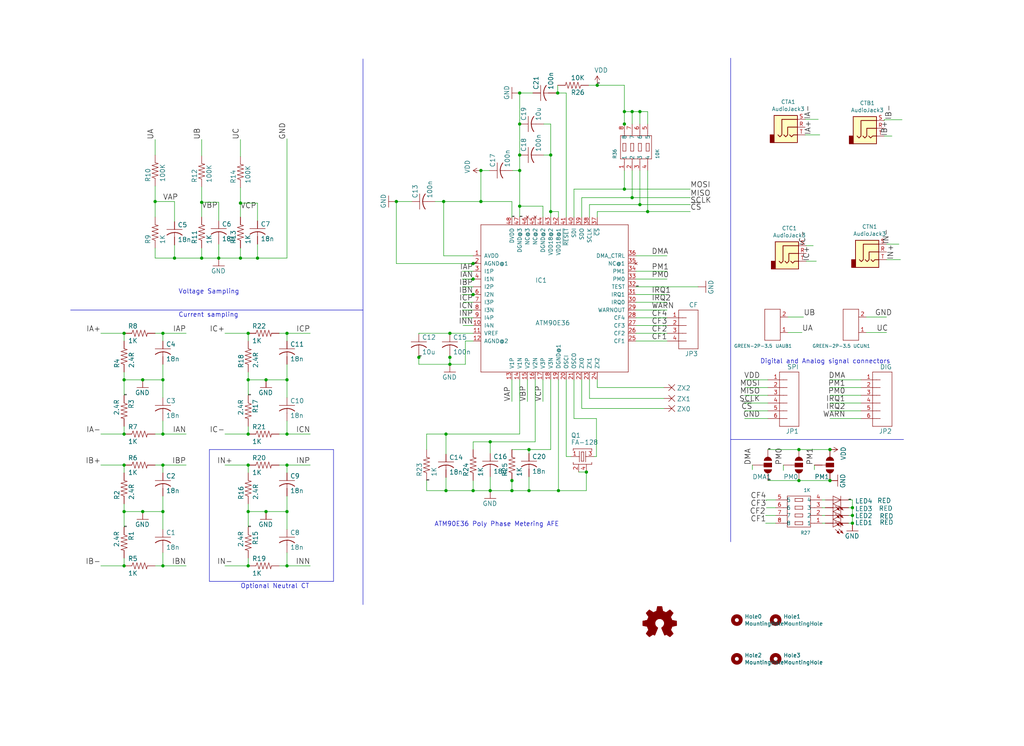
<source format=kicad_sch>
(kicad_sch (version 20230121) (generator eeschema)
  (paper "User" 335.356 244.551)
  (junction (at 84.328 84.582))
  (junction (at 66.04 84.582))
  (junction (at 261.62 157.48))
  (junction (at 81.28 109.22))
  (junction (at 147.32 117.094))
  (junction (at 182.626 30.48))
  (junction (at 207.01 36.576))
  (junction (at 78.74 84.582))
  (junction (at 160.528 144.78))
  (junction (at 81.28 124.46))
  (junction (at 167.64 160.782))
  (junction (at 129.794 66.04))
  (junction (at 93.98 185.42))
  (junction (at 279.146 166.37))
  (junction (at 81.28 185.42))
  (junction (at 53.34 142.24))
  (junction (at 57.15 84.582))
  (junction (at 93.98 124.46))
  (junction (at 53.34 109.22))
  (junction (at 154.94 96.52))
  (junction (at 40.64 142.24))
  (junction (at 170.18 50.8))
  (junction (at 157.48 66.04))
  (junction (at 180.34 50.8))
  (junction (at 204.47 36.576))
  (junction (at 170.18 67.564))
  (junction (at 207.01 64.77))
  (junction (at 170.18 30.48))
  (junction (at 173.228 160.782))
  (junction (at 46.736 124.46))
  (junction (at 53.34 152.4))
  (junction (at 93.98 109.22))
  (junction (at 81.28 152.4))
  (junction (at 40.64 109.22))
  (junction (at 160.528 160.782))
  (junction (at 279.146 171.45))
  (junction (at 145.288 66.04))
  (junction (at 53.34 185.42))
  (junction (at 87.122 124.46))
  (junction (at 182.88 160.782))
  (junction (at 192.024 154.686))
  (junction (at 173.228 147.32))
  (junction (at 279.146 168.91))
  (junction (at 40.64 185.42))
  (junction (at 66.04 66.294))
  (junction (at 195.58 27.94))
  (junction (at 154.94 160.782))
  (junction (at 93.98 152.4))
  (junction (at 180.34 69.342))
  (junction (at 50.8 66.04))
  (junction (at 271.78 157.48))
  (junction (at 170.18 55.88))
  (junction (at 147.32 109.22))
  (junction (at 40.64 124.46))
  (junction (at 81.28 142.24))
  (junction (at 81.28 167.64))
  (junction (at 93.98 167.64))
  (junction (at 93.98 142.24))
  (junction (at 87.122 167.64))
  (junction (at 204.47 40.64))
  (junction (at 71.628 84.582))
  (junction (at 157.48 55.88))
  (junction (at 137.16 117.094))
  (junction (at 146.05 160.782))
  (junction (at 40.64 152.4))
  (junction (at 167.64 157.48))
  (junction (at 78.74 66.548))
  (junction (at 154.94 91.44))
  (junction (at 261.62 147.32))
  (junction (at 209.55 36.576))
  (junction (at 53.34 167.64))
  (junction (at 46.736 167.64))
  (junction (at 40.64 167.64))
  (junction (at 146.05 142.24))
  (junction (at 170.18 40.64))
  (junction (at 209.55 67.056))
  (junction (at 53.34 124.46))
  (junction (at 212.09 69.342))
  (junction (at 154.94 86.36))
  (junction (at 204.47 61.976))
  (junction (at 271.78 147.32))
  (junction (at 147.32 119.38))
  (wire (pts (xy 40.64 185.42) (xy 33.02 185.42)))
  (polyline (pts (xy 118.872 19.304) (xy 118.872 198.12)))
  (wire (pts (xy 154.94 104.14) (xy 151.384 104.14)))
  (wire (pts (xy 193.04 130.556) (xy 217.424 130.556)))
  (wire (pts (xy 78.74 84.582) (xy 84.328 84.582)))
  (wire (pts (xy 81.28 142.24) (xy 73.66 142.24)))
  (wire (pts (xy 157.48 55.88) (xy 160.274 55.88)))
  (wire (pts (xy 154.94 99.06) (xy 151.638 99.06)))
  (wire (pts (xy 66.04 84.582) (xy 66.04 81.28)))
  (wire (pts (xy 251.46 124.46) (xy 244.094 124.46)))
  (wire (pts (xy 195.58 124.46) (xy 195.58 127)))
  (wire (pts (xy 147.32 116.84) (xy 147.32 117.094)))
  (wire (pts (xy 180.34 69.342) (xy 182.88 69.342)))
  (wire (pts (xy 251.46 157.48) (xy 261.62 157.48)))
  (wire (pts (xy 154.94 86.36) (xy 129.794 86.36)))
  (wire (pts (xy 91.44 142.24) (xy 93.98 142.24)))
  (wire (pts (xy 78.74 51.308) (xy 78.74 45.72)))
  (wire (pts (xy 212.09 69.342) (xy 226.06 69.342)))
  (wire (pts (xy 78.74 71.12) (xy 78.74 66.548)))
  (wire (pts (xy 254 168.91) (xy 250.698 168.91)))
  (wire (pts (xy 84.328 84.582) (xy 93.98 84.582)))
  (wire (pts (xy 279.146 163.83) (xy 279.146 166.37)))
  (wire (pts (xy 53.34 152.4) (xy 53.34 154.94)))
  (wire (pts (xy 154.94 88.9) (xy 151.384 88.9)))
  (wire (pts (xy 50.8 142.24) (xy 53.34 142.24)))
  (wire (pts (xy 71.628 84.582) (xy 78.74 84.582)))
  (wire (pts (xy 137.16 116.84) (xy 137.16 117.094)))
  (polyline (pts (xy 239.268 144.018) (xy 295.91 144.018)))
  (wire (pts (xy 46.736 124.46) (xy 53.34 124.46)))
  (wire (pts (xy 93.98 124.46) (xy 93.98 130.302)))
  (wire (pts (xy 261.62 157.48) (xy 271.78 157.48)))
  (wire (pts (xy 93.98 142.24) (xy 93.98 137.922)))
  (wire (pts (xy 40.64 167.64) (xy 40.64 165.1)))
  (wire (pts (xy 53.34 167.64) (xy 53.34 162.56)))
  (wire (pts (xy 40.64 129.54) (xy 40.64 124.46)))
  (wire (pts (xy 195.58 127) (xy 217.424 127)))
  (wire (pts (xy 81.28 111.76) (xy 81.28 109.22)))
  (wire (pts (xy 50.8 84.582) (xy 57.15 84.582)))
  (wire (pts (xy 251.46 137.16) (xy 243.84 137.16)))
  (wire (pts (xy 279.146 171.45) (xy 277.876 171.45)))
  (wire (pts (xy 185.42 30.48) (xy 185.42 71.12)))
  (wire (pts (xy 40.64 167.64) (xy 46.736 167.64)))
  (wire (pts (xy 281.94 127) (xy 271.78 127)))
  (wire (pts (xy 204.47 36.576) (xy 204.47 40.64)))
  (wire (pts (xy 50.8 152.4) (xy 53.34 152.4)))
  (wire (pts (xy 147.32 109.22) (xy 137.16 109.22)))
  (wire (pts (xy 187.96 61.976) (xy 204.47 61.976)))
  (wire (pts (xy 40.64 154.94) (xy 40.64 152.4)))
  (wire (pts (xy 192.786 27.94) (xy 195.58 27.94)))
  (wire (pts (xy 208.28 96.52) (xy 218.44 96.52)))
  (wire (pts (xy 154.94 109.22) (xy 147.32 109.22)))
  (wire (pts (xy 208.28 104.14) (xy 218.44 104.14)))
  (wire (pts (xy 187.96 71.12) (xy 187.96 61.976)))
  (wire (pts (xy 154.94 144.78) (xy 160.528 144.78)))
  (wire (pts (xy 91.44 109.22) (xy 93.98 109.22)))
  (wire (pts (xy 256.54 152.4) (xy 256.54 154.178)))
  (wire (pts (xy 208.28 99.06) (xy 218.44 99.06)))
  (wire (pts (xy 40.64 124.46) (xy 46.736 124.46)))
  (wire (pts (xy 53.34 185.42) (xy 53.34 181.102)))
  (wire (pts (xy 154.94 101.6) (xy 151.384 101.6)))
  (wire (pts (xy 57.15 84.582) (xy 66.04 84.582)))
  (wire (pts (xy 182.88 160.782) (xy 182.88 124.46)))
  (wire (pts (xy 195.326 149.606) (xy 195.326 137.16)))
  (wire (pts (xy 190.5 124.46) (xy 190.5 133.858)))
  (wire (pts (xy 294.386 80.01) (xy 290.322 80.01)))
  (wire (pts (xy 137.16 117.094) (xy 137.16 119.38)))
  (wire (pts (xy 93.98 142.24) (xy 101.6 142.24)))
  (wire (pts (xy 155.194 86.36) (xy 154.94 86.36)))
  (wire (pts (xy 173.228 147.32) (xy 173.228 148.59)))
  (wire (pts (xy 170.18 55.88) (xy 167.894 55.88)))
  (wire (pts (xy 93.98 167.64) (xy 93.98 162.56)))
  (wire (pts (xy 193.04 67.056) (xy 209.55 67.056)))
  (wire (pts (xy 207.01 36.576) (xy 204.47 36.576)))
  (wire (pts (xy 91.44 185.42) (xy 93.98 185.42)))
  (wire (pts (xy 204.47 40.64) (xy 204.47 40.894)))
  (wire (pts (xy 50.8 50.8) (xy 50.8 45.72)))
  (wire (pts (xy 204.47 36.576) (xy 204.47 27.94)))
  (wire (pts (xy 277.876 166.37) (xy 279.146 166.37)))
  (wire (pts (xy 78.74 84.582) (xy 78.74 81.28)))
  (wire (pts (xy 194.564 149.606) (xy 195.326 149.606)))
  (wire (pts (xy 212.09 36.576) (xy 209.55 36.576)))
  (wire (pts (xy 66.04 84.582) (xy 71.628 84.582)))
  (wire (pts (xy 93.98 124.46) (xy 93.98 119.38)))
  (wire (pts (xy 180.34 147.32) (xy 180.34 124.46)))
  (wire (pts (xy 277.876 168.91) (xy 279.146 168.91)))
  (polyline (pts (xy 68.58 190.5) (xy 68.58 147.32)))
  (wire (pts (xy 50.8 81.28) (xy 50.8 84.582)))
  (wire (pts (xy 185.42 149.606) (xy 185.42 124.46)))
  (wire (pts (xy 81.28 172.72) (xy 81.28 167.64)))
  (wire (pts (xy 281.94 134.62) (xy 271.78 134.62)))
  (wire (pts (xy 81.28 185.42) (xy 73.66 185.42)))
  (wire (pts (xy 208.28 91.44) (xy 218.44 91.44)))
  (wire (pts (xy 160.528 144.78) (xy 160.528 148.59)))
  (wire (pts (xy 167.64 147.32) (xy 173.228 147.32)))
  (wire (pts (xy 185.42 30.48) (xy 182.626 30.48)))
  (wire (pts (xy 66.04 71.12) (xy 66.04 66.294)))
  (wire (pts (xy 170.18 30.48) (xy 170.18 40.64)))
  (wire (pts (xy 173.228 160.782) (xy 182.88 160.782)))
  (wire (pts (xy 170.18 124.46) (xy 170.18 142.24)))
  (wire (pts (xy 170.18 67.564) (xy 177.8 67.564)))
  (wire (pts (xy 266.7 152.4) (xy 266.7 153.924)))
  (wire (pts (xy 290.322 85.09) (xy 294.894 85.09)))
  (wire (pts (xy 187.96 124.46) (xy 187.96 137.16)))
  (wire (pts (xy 186.944 149.606) (xy 185.42 149.606)))
  (wire (pts (xy 173.228 160.782) (xy 173.228 156.21)))
  (wire (pts (xy 209.55 36.576) (xy 207.01 36.576)))
  (wire (pts (xy 147.32 109.474) (xy 147.32 109.22)))
  (wire (pts (xy 40.64 124.46) (xy 40.64 121.92)))
  (wire (pts (xy 93.98 109.22) (xy 101.6 109.22)))
  (wire (pts (xy 154.94 93.98) (xy 151.384 93.98)))
  (wire (pts (xy 270.256 171.45) (xy 269.24 171.45)))
  (wire (pts (xy 270.256 163.83) (xy 269.24 163.83)))
  (wire (pts (xy 264.033 85.598) (xy 267.335 85.598)))
  (wire (pts (xy 84.328 84.582) (xy 84.328 80.01)))
  (wire (pts (xy 283.718 108.966) (xy 290.322 108.966)))
  (wire (pts (xy 177.8 67.564) (xy 177.8 71.12)))
  (wire (pts (xy 53.34 109.22) (xy 53.34 111.76)))
  (wire (pts (xy 204.47 61.976) (xy 226.06 61.976)))
  (wire (pts (xy 147.32 117.094) (xy 147.32 119.38)))
  (wire (pts (xy 78.74 66.548) (xy 78.74 61.468)))
  (wire (pts (xy 57.15 66.04) (xy 57.15 72.644)))
  (wire (pts (xy 155.194 96.52) (xy 154.94 96.52)))
  (wire (pts (xy 160.528 160.782) (xy 160.528 156.21)))
  (wire (pts (xy 53.34 124.46) (xy 53.34 130.302)))
  (wire (pts (xy 93.98 185.42) (xy 93.98 181.102)))
  (wire (pts (xy 180.34 50.8) (xy 180.34 40.64)))
  (wire (pts (xy 40.64 111.76) (xy 40.64 109.22)))
  (wire (pts (xy 170.18 40.64) (xy 170.434 40.64)))
  (wire (pts (xy 258.064 103.886) (xy 263.144 103.886)))
  (wire (pts (xy 192.024 160.782) (xy 192.024 154.686)))
  (wire (pts (xy 93.98 152.4) (xy 93.98 154.94)))
  (wire (pts (xy 66.04 51.054) (xy 66.04 45.72)))
  (wire (pts (xy 71.628 84.582) (xy 71.628 80.01)))
  (wire (pts (xy 167.64 66.04) (xy 157.48 66.04)))
  (wire (pts (xy 142.494 66.04) (xy 145.288 66.04)))
  (wire (pts (xy 182.626 30.48) (xy 182.118 30.48)))
  (wire (pts (xy 182.88 160.782) (xy 192.024 160.782)))
  (wire (pts (xy 172.72 124.46) (xy 172.72 131.572)))
  (wire (pts (xy 137.16 109.22) (xy 137.16 109.474)))
  (wire (pts (xy 178.054 40.64) (xy 180.34 40.64)))
  (wire (pts (xy 139.7 157.48) (xy 139.7 160.782)))
  (wire (pts (xy 50.8 71.12) (xy 50.8 66.04)))
  (wire (pts (xy 251.46 134.62) (xy 243.84 134.62)))
  (wire (pts (xy 207.01 40.64) (xy 207.01 36.576)))
  (wire (pts (xy 281.94 137.16) (xy 271.78 137.16)))
  (wire (pts (xy 81.28 154.94) (xy 81.28 152.4)))
  (wire (pts (xy 289.56 39.243) (xy 289.56 39.497)))
  (wire (pts (xy 81.28 142.24) (xy 81.28 139.7)))
  (wire (pts (xy 167.64 124.46) (xy 167.64 131.572)))
  (wire (pts (xy 81.28 185.42) (xy 81.28 182.88)))
  (wire (pts (xy 208.28 111.76) (xy 218.44 111.76)))
  (wire (pts (xy 204.47 55.88) (xy 204.47 61.976)))
  (wire (pts (xy 170.18 55.88) (xy 170.18 50.8)))
  (wire (pts (xy 190.5 133.858) (xy 217.424 133.858)))
  (wire (pts (xy 40.64 185.42) (xy 40.64 182.88)))
  (wire (pts (xy 154.94 106.68) (xy 151.638 106.68)))
  (wire (pts (xy 195.58 27.432) (xy 195.58 27.94)))
  (wire (pts (xy 193.04 71.12) (xy 193.04 67.056)))
  (wire (pts (xy 53.34 185.42) (xy 60.96 185.42)))
  (wire (pts (xy 129.794 66.04) (xy 134.874 66.04)))
  (wire (pts (xy 71.628 66.294) (xy 71.628 72.39)))
  (wire (pts (xy 93.98 84.582) (xy 93.98 45.466)))
  (wire (pts (xy 173.228 147.32) (xy 180.34 147.32)))
  (wire (pts (xy 167.64 160.782) (xy 167.64 157.48)))
  (wire (pts (xy 81.28 124.46) (xy 87.122 124.46)))
  (wire (pts (xy 81.28 124.46) (xy 81.28 121.92)))
  (wire (pts (xy 50.8 185.42) (xy 53.34 185.42)))
  (wire (pts (xy 182.88 69.342) (xy 182.88 71.12)))
  (wire (pts (xy 154.94 147.32) (xy 154.94 144.78)))
  (wire (pts (xy 167.64 71.12) (xy 167.64 66.04)))
  (wire (pts (xy 283.718 103.886) (xy 290.322 103.886)))
  (wire (pts (xy 180.34 69.342) (xy 180.34 71.12)))
  (wire (pts (xy 157.48 66.04) (xy 157.48 55.88)))
  (wire (pts (xy 154.94 160.782) (xy 160.528 160.782)))
  (wire (pts (xy 129.794 86.36) (xy 129.794 66.04)))
  (wire (pts (xy 139.7 160.782) (xy 146.05 160.782)))
  (wire (pts (xy 146.05 160.782) (xy 146.05 156.464)))
  (wire (pts (xy 270.256 168.91) (xy 269.24 168.91)))
  (wire (pts (xy 195.58 71.12) (xy 195.58 69.342)))
  (wire (pts (xy 81.28 129.54) (xy 81.28 124.46)))
  (wire (pts (xy 40.64 172.72) (xy 40.64 167.64)))
  (polyline (pts (xy 68.58 147.32) (xy 109.22 147.32)))
  (wire (pts (xy 154.94 91.44) (xy 151.384 91.44)))
  (wire (pts (xy 295.402 39.243) (xy 289.56 39.243)))
  (wire (pts (xy 289.56 44.577) (xy 292.1 44.577)))
  (wire (pts (xy 46.736 167.64) (xy 53.34 167.64)))
  (wire (pts (xy 251.46 147.32) (xy 261.62 147.32)))
  (wire (pts (xy 208.28 109.22) (xy 218.44 109.22)))
  (wire (pts (xy 170.18 71.12) (xy 170.18 67.564)))
  (wire (pts (xy 146.05 142.24) (xy 146.05 148.844)))
  (wire (pts (xy 53.34 124.46) (xy 53.34 119.38)))
  (wire (pts (xy 267.97 39.116) (xy 263.652 39.116)))
  (wire (pts (xy 209.55 67.056) (xy 226.06 67.056)))
  (wire (pts (xy 279.146 168.91) (xy 279.146 171.45)))
  (wire (pts (xy 146.05 160.782) (xy 154.94 160.782)))
  (wire (pts (xy 251.46 127) (xy 244.094 127)))
  (wire (pts (xy 66.04 66.294) (xy 66.04 61.214)))
  (wire (pts (xy 81.28 109.22) (xy 73.66 109.22)))
  (wire (pts (xy 154.94 96.52) (xy 151.384 96.52)))
  (wire (pts (xy 81.28 152.4) (xy 73.66 152.4)))
  (wire (pts (xy 167.64 160.782) (xy 173.228 160.782)))
  (wire (pts (xy 91.44 152.4) (xy 93.98 152.4)))
  (wire (pts (xy 270.256 166.37) (xy 269.24 166.37)))
  (wire (pts (xy 87.122 167.64) (xy 93.98 167.64)))
  (wire (pts (xy 209.55 55.88) (xy 209.55 67.056)))
  (polyline (pts (xy 23.114 101.6) (xy 118.872 101.6)))
  (wire (pts (xy 261.62 147.32) (xy 271.78 147.32)))
  (wire (pts (xy 167.64 157.48) (xy 167.64 157.226)))
  (wire (pts (xy 146.05 142.24) (xy 139.7 142.24)))
  (wire (pts (xy 81.28 167.64) (xy 87.122 167.64)))
  (wire (pts (xy 254 171.45) (xy 250.698 171.45)))
  (wire (pts (xy 207.01 55.88) (xy 207.01 64.77)))
  (wire (pts (xy 209.55 40.64) (xy 209.55 36.576)))
  (wire (pts (xy 145.288 66.04) (xy 157.48 66.04)))
  (wire (pts (xy 84.328 66.548) (xy 84.328 72.39)))
  (wire (pts (xy 195.58 69.342) (xy 212.09 69.342)))
  (wire (pts (xy 53.34 152.4) (xy 60.96 152.4)))
  (wire (pts (xy 208.28 106.68) (xy 218.44 106.68)))
  (wire (pts (xy 189.484 154.686) (xy 192.024 154.686)))
  (wire (pts (xy 266.319 80.518) (xy 264.033 80.518)))
  (wire (pts (xy 208.28 83.82) (xy 218.44 83.82)))
  (wire (pts (xy 139.7 142.24) (xy 139.7 147.32)))
  (wire (pts (xy 57.15 84.582) (xy 57.15 80.264)))
  (wire (pts (xy 212.09 40.64) (xy 212.09 36.576)))
  (wire (pts (xy 154.94 83.82) (xy 145.288 83.82)))
  (wire (pts (xy 195.326 137.16) (xy 187.96 137.16)))
  (wire (pts (xy 40.64 109.22) (xy 33.02 109.22)))
  (polyline (pts (xy 109.22 147.32) (xy 109.22 190.5)))
  (wire (pts (xy 254 166.37) (xy 250.952 166.37)))
  (wire (pts (xy 154.94 160.782) (xy 154.94 157.48)))
  (polyline (pts (xy 109.22 190.5) (xy 68.58 190.5)))
  (wire (pts (xy 53.34 167.64) (xy 53.34 173.482)))
  (wire (pts (xy 53.34 142.24) (xy 53.34 137.922)))
  (wire (pts (xy 53.34 109.22) (xy 60.96 109.22)))
  (wire (pts (xy 182.626 27.94) (xy 182.626 30.48)))
  (wire (pts (xy 147.32 119.38) (xy 152.4 119.38)))
  (wire (pts (xy 178.054 50.8) (xy 180.34 50.8)))
  (wire (pts (xy 204.47 27.94) (xy 195.58 27.94)))
  (wire (pts (xy 50.8 109.22) (xy 53.34 109.22)))
  (wire (pts (xy 170.18 67.564) (xy 170.18 55.88)))
  (wire (pts (xy 246.38 152.4) (xy 246.38 153.924)))
  (wire (pts (xy 251.46 132.08) (xy 243.84 132.08)))
  (wire (pts (xy 263.652 44.196) (xy 268.478 44.196)))
  (wire (pts (xy 145.288 83.82) (xy 145.288 66.04)))
  (wire (pts (xy 208.28 101.6) (xy 218.44 101.6)))
  (wire (pts (xy 50.8 66.04) (xy 57.15 66.04)))
  (wire (pts (xy 66.04 66.294) (xy 71.628 66.294)))
  (wire (pts (xy 208.28 88.9) (xy 218.44 88.9)))
  (wire (pts (xy 81.28 167.64) (xy 81.28 165.1)))
  (wire (pts (xy 152.4 111.76) (xy 154.94 111.76)))
  (wire (pts (xy 53.34 142.24) (xy 60.96 142.24)))
  (wire (pts (xy 40.64 142.24) (xy 33.02 142.24)))
  (wire (pts (xy 170.18 50.8) (xy 170.434 50.8)))
  (wire (pts (xy 190.5 71.12) (xy 190.5 64.77)))
  (wire (pts (xy 137.16 119.38) (xy 147.32 119.38)))
  (wire (pts (xy 212.09 55.88) (xy 212.09 69.342)))
  (wire (pts (xy 93.98 167.64) (xy 93.98 173.482)))
  (wire (pts (xy 40.64 142.24) (xy 40.64 139.7)))
  (wire (pts (xy 193.04 124.46) (xy 193.04 130.556)))
  (wire (pts (xy 251.46 129.54) (xy 243.84 129.54)))
  (wire (pts (xy 281.94 129.54) (xy 271.78 129.54)))
  (polyline (pts (xy 239.268 19.05) (xy 239.268 177.546)))
  (wire (pts (xy 180.34 50.8) (xy 180.34 69.342)))
  (wire (pts (xy 155.194 91.44) (xy 154.94 91.44)))
  (wire (pts (xy 40.64 152.4) (xy 33.02 152.4)))
  (wire (pts (xy 93.98 109.22) (xy 93.98 111.76)))
  (wire (pts (xy 160.528 144.78) (xy 175.26 144.78)))
  (wire (pts (xy 281.94 132.08) (xy 271.78 132.08)))
  (wire (pts (xy 281.94 124.46) (xy 271.78 124.46)))
  (wire (pts (xy 254 163.83) (xy 250.952 163.83)))
  (wire (pts (xy 250.952 163.83) (xy 250.952 164.084)))
  (wire (pts (xy 208.28 93.98) (xy 228.6 93.98)))
  (wire (pts (xy 87.122 124.46) (xy 93.98 124.46)))
  (wire (pts (xy 207.01 64.77) (xy 226.06 64.77)))
  (wire (pts (xy 177.8 124.46) (xy 177.8 131.572)))
  (wire (pts (xy 93.98 152.4) (xy 101.6 152.4)))
  (wire (pts (xy 174.498 30.48) (xy 170.18 30.48)))
  (wire (pts (xy 170.18 50.8) (xy 170.18 40.64)))
  (wire (pts (xy 258.064 108.966) (xy 262.636 108.966)))
  (wire (pts (xy 190.5 64.77) (xy 207.01 64.77)))
  (wire (pts (xy 50.8 66.04) (xy 50.8 60.96)))
  (wire (pts (xy 152.4 119.38) (xy 152.4 111.76)))
  (wire (pts (xy 160.528 160.782) (xy 167.64 160.782)))
  (wire (pts (xy 78.74 66.548) (xy 84.328 66.548)))
  (wire (pts (xy 170.18 142.24) (xy 146.05 142.24)))
  (wire (pts (xy 277.876 163.83) (xy 279.146 163.83)))
  (wire (pts (xy 175.26 144.78) (xy 175.26 124.46)))
  (wire (pts (xy 93.98 185.42) (xy 101.6 185.42)))
  (wire (pts (xy 279.146 166.37) (xy 279.146 168.91)))
  (text "ATM90E36 Poly Phase Metering AFE" (at 142.24 172.72 0) (effects (font (size 1.4986 1.4986)) (justify left bottom)))
  (text "Optional Neutral CT" (at 78.74 193.04 0) (effects (font (size 1.4986 1.4986)) (justify left bottom)))
  (text "Voltage Sampling" (at 58.42 96.52 0) (effects (font (size 1.4986 1.4986)) (justify left bottom)))
  (text "Current sampling" (at 58.42 104.14 0) (effects (font (size 1.4986 1.4986)) (justify left bottom)))
  (text "Digital and Analog signal connectors" (at 248.92 119.38 0) (effects (font (size 1.4986 1.4986)) (justify left bottom)))
  (label "CF4" (at 213.36 104.14 0) (effects (font (size 1.778 1.778))))
  (label "IA+" (at 33.02 109.22 180) (effects (font (size 1.778 1.778))))
  (label "VCP" (at 78.74 68.834 0) (effects (font (size 1.778 1.778))))
  (label "GND" (at 248.92 137.16 180) (effects (font (size 1.778 1.778))))
  (label "IB+" (at 33.02 152.4 180) (effects (font (size 1.778 1.778))))
  (label "IC-" (at 73.66 142.24 180) (effects (font (size 1.778 1.778))))
  (label "VAP" (at 167.64 131.572 90) (effects (font (size 1.778 1.778))))
  (label "~{CS}" (at 226.06 69.342 0) (effects (font (size 1.778 1.778))))
  (label "IRQ2" (at 213.36 99.06 0) (effects (font (size 1.778 1.778))))
  (label "PM0" (at 276.86 129.54 180) (effects (font (size 1.778 1.778))))
  (label "IB+" (at 291.084 44.577 90) (effects (font (size 1.778 1.778))))
  (label "CF4" (at 250.952 163.83 180) (effects (font (size 1.778 1.778))))
  (label "GND" (at 93.98 45.72 90) (effects (font (size 1.778 1.778))))
  (label "MOSI" (at 226.06 61.976 0) (effects (font (size 1.778 1.778))))
  (label "DMA" (at 276.86 124.46 180) (effects (font (size 1.778 1.778))))
  (label "CF3" (at 250.952 166.37 180) (effects (font (size 1.778 1.778))))
  (label "INN" (at 154.94 106.68 180) (effects (font (size 1.778 1.778))))
  (label "IRQ1" (at 213.36 96.52 0) (effects (font (size 1.778 1.778))))
  (label "MISO" (at 226.06 64.77 0) (effects (font (size 1.778 1.778))))
  (label "IBP" (at 154.94 93.98 180) (effects (font (size 1.778 1.778))))
  (label "ICN" (at 101.6 142.24 180) (effects (font (size 1.778 1.778))))
  (label "WARN" (at 213.36 101.6 0) (effects (font (size 1.778 1.778))))
  (label "VBP" (at 66.04 68.707 0) (effects (font (size 1.778 1.778))))
  (label "UB" (at 66.04 45.72 90) (effects (font (size 1.778 1.778))))
  (label "VCP" (at 177.8 131.572 90) (effects (font (size 1.778 1.778))))
  (label "IB-" (at 33.02 185.42 180) (effects (font (size 1.778 1.778))))
  (label "UA" (at 262.636 108.966 0) (effects (font (size 1.778 1.778))))
  (label "PM1" (at 213.36 88.9 0) (effects (font (size 1.778 1.778))))
  (label "GND" (at 170.18 71.12 0) (effects (font (size 0.254 0.254))))
  (label "SCLK" (at 226.06 67.056 0) (effects (font (size 1.778 1.778))))
  (label "VDD" (at 167.64 71.12 0) (effects (font (size 0.254 0.254))))
  (label "CF1" (at 250.952 171.45 180) (effects (font (size 1.778 1.778))))
  (label "IAN" (at 60.96 142.24 180) (effects (font (size 1.778 1.778))))
  (label "IRQ2" (at 276.86 134.62 180) (effects (font (size 1.778 1.778))))
  (label "PM1" (at 276.86 127 180) (effects (font (size 1.778 1.778))))
  (label "IC-" (at 264.287 80.518 90) (effects (font (size 1.778 1.778))))
  (label "IN+" (at 293.116 85.09 90) (effects (font (size 1.778 1.778))))
  (label "IBN" (at 154.94 96.52 180) (effects (font (size 1.778 1.778))))
  (label "GND" (at 277.876 163.83 0) (effects (font (size 0.254 0.254))))
  (label "GND" (at 40.64 172.72 0) (effects (font (size 0.254 0.254))))
  (label "ICP" (at 154.94 99.06 180) (effects (font (size 1.778 1.778))))
  (label "UC" (at 78.74 45.72 90) (effects (font (size 1.778 1.778))))
  (label "GND" (at 81.28 129.54 0) (effects (font (size 0.254 0.254))))
  (label "IBP" (at 60.96 152.4 180) (effects (font (size 1.778 1.778))))
  (label "CF1" (at 213.36 111.76 0) (effects (font (size 1.778 1.778))))
  (label "IAN" (at 154.94 91.44 180) (effects (font (size 1.778 1.778))))
  (label "IA+" (at 266.065 44.196 90) (effects (font (size 1.778 1.778))))
  (label "CF2" (at 250.698 168.91 180) (effects (font (size 1.778 1.778))))
  (label "MISO" (at 248.92 129.54 180) (effects (font (size 1.778 1.778))))
  (label "GND" (at 155.194 86.36 0) (effects (font (size 0.254 0.254))))
  (label "ICP" (at 101.6 109.22 180) (effects (font (size 1.778 1.778))))
  (label "PM0" (at 256.54 152.4 90) (effects (font (size 1.778 1.778))))
  (label "VDD" (at 248.92 124.46 180) (effects (font (size 1.778 1.778))))
  (label "GND" (at 81.28 172.72 0) (effects (font (size 0.254 0.254))))
  (label "VDD" (at 251.46 147.32 0) (effects (font (size 0.254 0.254))))
  (label "IN+" (at 76.2 152.4 180) (effects (font (size 1.778 1.778))))
  (label "IA-" (at 265.938 39.116 90) (effects (font (size 1.778 1.778))))
  (label "IAP" (at 60.96 109.22 180) (effects (font (size 1.778 1.778))))
  (label "IC+" (at 265.557 85.598 90) (effects (font (size 1.778 1.778))))
  (label "UC" (at 287.02 108.966 0) (effects (font (size 1.778 1.778))))
  (label "GND" (at 208.28 93.98 0) (effects (font (size 0.254 0.254))))
  (label "DMA" (at 213.36 83.82 0) (effects (font (size 1.778 1.778))))
  (label "IBN" (at 60.96 185.42 180) (effects (font (size 1.778 1.778))))
  (label "MOSI" (at 248.92 127 180) (effects (font (size 1.778 1.778))))
  (label "IC+" (at 73.66 109.22 180) (effects (font (size 1.778 1.778))))
  (label "IN-" (at 291.592 80.01 90) (effects (font (size 1.778 1.778))))
  (label "IA-" (at 33.02 142.24 180) (effects (font (size 1.778 1.778))))
  (label "INP" (at 101.6 152.4 180) (effects (font (size 1.778 1.778))))
  (label "GND" (at 40.64 129.54 0) (effects (font (size 0.254 0.254))))
  (label "UA" (at 50.8 45.72 90) (effects (font (size 1.778 1.778))))
  (label "PM0" (at 213.36 91.44 0) (effects (font (size 1.778 1.778))))
  (label "GND" (at 251.46 157.48 0) (effects (font (size 0.254 0.254))))
  (label "INP" (at 154.94 104.14 180) (effects (font (size 1.778 1.778))))
  (label "CF3" (at 213.36 106.68 0) (effects (font (size 1.778 1.778))))
  (label "IN-" (at 76.2 185.42 180) (effects (font (size 1.778 1.778))))
  (label "DMA" (at 246.38 152.4 90) (effects (font (size 1.778 1.778))))
  (label "ICN" (at 154.94 101.6 180) (effects (font (size 1.778 1.778))))
  (label "SCLK" (at 248.92 132.08 180) (effects (font (size 1.778 1.778))))
  (label "VDD" (at 195.58 27.432 0) (effects (font (size 0.254 0.254))))
  (label "WARN" (at 276.86 137.16 180) (effects (font (size 1.778 1.778))))
  (label "CF2" (at 213.36 109.22 0) (effects (font (size 1.778 1.778))))
  (label "IAP" (at 154.94 88.9 180) (effects (font (size 1.778 1.778))))
  (label "VBP" (at 172.72 131.572 90) (effects (font (size 1.778 1.778))))
  (label "IB-" (at 292.481 39.243 90) (effects (font (size 1.778 1.778))))
  (label "GND" (at 286.512 103.886 0) (effects (font (size 1.778 1.778))))
  (label "UB" (at 263.144 103.886 0) (effects (font (size 1.778 1.778))))
  (label "INN" (at 101.6 185.42 180) (effects (font (size 1.778 1.778))))
  (label "GND" (at 139.7 157.48 0) (effects (font (size 0.254 0.254))))
  (label "IRQ1" (at 276.86 132.08 180) (effects (font (size 1.778 1.778))))
  (label "VAP" (at 53.34 66.04 0) (effects (font (size 1.778 1.778))))
  (label "PM1" (at 266.7 152.4 90) (effects (font (size 1.778 1.778))))
  (label "GND" (at 137.16 116.84 0) (effects (font (size 0.254 0.254))))
  (label "~{CS}" (at 246.38 134.62 180) (effects (font (size 1.778 1.778))))
  (symbol (lib_id "ATM90E36_Breakout-eagle-import:GND") (at 231.14 93.98 90) (unit 1)
    (property "Reference" "#GND010" (effects hide))
    (property "Value" "GND" (at 233.68 96.52 0) (effects (font (size 1.4986 1.4986)) (justify left bottom)))
  )
  (symbol (lib_id "ATM90E36_Breakout-eagle-import:R-US_R0603") (at 86.36 185.42 0) (unit 1)
    (property "Reference" "R19" (at 82.55 183.9214 0) (effects (font (size 1.4986 1.4986)) (justify left bottom)))
    (property "Value" "1K" (at 82.55 188.722 0) (effects (font (size 1.4986 1.4986)) (justify left bottom)))
    (property "Footprint" "ATM90E36_Breakout:R0603" (effects hide))
    (property "manf#" "RT0603FRE071KL" (effects hide))
  )
  (symbol (lib_id "ATM90E36_Breakout-eagle-import:C-USC0603") (at 53.34 132.842 0) (unit 1)
    (property "Reference" "C3" (at 54.356 132.207 0) (effects (font (size 1.4986 1.4986)) (justify left bottom)))
    (property "Value" "18n" (at 54.356 137.033 0) (effects (font (size 1.4986 1.4986)) (justify left bottom)))
    (property "Footprint" "ATM90E36_Breakout:C0603" (effects hide))
    (property "manf#" "C0603C183K5RACTU" (effects hide))
  )
  (symbol (lib_id "ATM90E36_Breakout-eagle-import:R-US_R0603") (at 154.94 152.4 90) (unit 1)
    (property "Reference" "R24" (at 153.4414 156.21 0) (effects (font (size 1.4986 1.4986)) (justify left bottom)))
    (property "Value" "1K" (at 158.242 156.21 0) (effects (font (size 1.4986 1.4986)) (justify left bottom)))
    (property "Footprint" "ATM90E36_Breakout:R0603" (effects hide))
    (property "manf#" "RT0603FRE071KL" (effects hide))
  )
  (symbol (lib_id "ATM90E36_Breakout-eagle-import:R-US_R0603") (at 66.04 56.134 90) (unit 1)
    (property "Reference" "R12" (at 64.5414 59.944 0) (effects (font (size 1.4986 1.4986)) (justify left bottom)))
    (property "Value" "100K" (at 69.342 59.944 0) (effects (font (size 1.4986 1.4986)) (justify left bottom)))
    (property "Footprint" "ATM90E36_Breakout:R0603" (effects hide))
    (property "manf#" "RC0603FR-07100KL" (effects hide))
  )
  (symbol (lib_id "ATM90E36_Breakout-eagle-import:C-USC0603") (at 71.628 74.93 0) (unit 1)
    (property "Reference" "C6" (at 72.644 74.295 0) (effects (font (size 1.4986 1.4986)) (justify left bottom)))
    (property "Value" "18n" (at 72.644 79.121 0) (effects (font (size 1.4986 1.4986)) (justify left bottom)))
    (property "Footprint" "ATM90E36_Breakout:C0603" (effects hide))
    (property "manf#" "C0603C183K5RACTU" (effects hide))
  )
  (symbol (lib_id "ATM90E36_Breakout-eagle-import:R-US_R0603") (at 81.28 160.02 90) (unit 1)
    (property "Reference" "R16" (at 79.7814 163.83 0) (effects (font (size 1.4986 1.4986)) (justify left bottom)))
    (property "Value" "2.4R" (at 84.582 163.83 0) (effects (font (size 1.4986 1.4986)) (justify left bottom)))
    (property "Footprint" "ATM90E36_Breakout:R0603" (effects hide))
    (property "manf#" "CRL0603-FW-2R40ELF" (effects hide))
  )
  (symbol (lib_id "ATM90E36_Breakout-eagle-import:C-USC0603") (at 137.414 66.04 90) (unit 1)
    (property "Reference" "C13" (at 136.779 65.024 0) (effects (font (size 1.4986 1.4986)) (justify left bottom)))
    (property "Value" "100n" (at 141.605 65.024 0) (effects (font (size 1.4986 1.4986)) (justify left bottom)))
    (property "Footprint" "ATM90E36_Breakout:C0603" (effects hide))
    (property "manf#" "C0603C104K5RAC3190" (effects hide))
  )
  (symbol (lib_id "ATM90E36_Breakout-eagle-import:GND") (at 87.122 170.18 0) (unit 1)
    (property "Reference" "#GND04" (effects hide))
    (property "Value" "GND" (at 84.582 172.72 0) (effects (font (size 1.4986 1.4986)) (justify left bottom)))
  )
  (symbol (lib_id "ATM90E36_Breakout-eagle-import:R-US_R0603") (at 40.64 160.02 90) (unit 1)
    (property "Reference" "R2" (at 39.1414 163.83 0) (effects (font (size 1.4986 1.4986)) (justify left bottom)))
    (property "Value" "2.4R" (at 43.942 163.83 0) (effects (font (size 1.4986 1.4986)) (justify left bottom)))
    (property "Footprint" "ATM90E36_Breakout:R0603" (effects hide))
    (property "manf#" "CRL0603-FW-2R40ELF" (effects hide))
  )
  (symbol (lib_id "ATM90E36_Breakout-eagle-import:VDD") (at 195.58 27.432 0) (unit 1)
    (property "Reference" "#SUPPLY02" (effects hide))
    (property "Value" "VDD" (at 194.564 23.876 0) (effects (font (size 1.4986 1.4986)) (justify left bottom)))
  )
  (symbol (lib_id "ATM90E36_Breakout-eagle-import:C-USC0805") (at 137.16 112.014 0) (unit 1)
    (property "Reference" "C12" (at 138.176 111.379 0) (effects (font (size 1.4986 1.4986)) (justify left bottom)))
    (property "Value" "10u" (at 138.176 116.205 0) (effects (font (size 1.4986 1.4986)) (justify left bottom)))
    (property "Footprint" "ATM90E36_Breakout:C0805" (effects hide))
    (property "manf#" "GRM21BR61E106MA73L" (effects hide))
  )
  (symbol (lib_id "ATM90E36_Breakout-eagle-import:R-US_R0603") (at 86.36 152.4 0) (unit 1)
    (property "Reference" "R20" (at 82.55 150.9014 0) (effects (font (size 1.4986 1.4986)) (justify left bottom)))
    (property "Value" "1K" (at 82.55 155.702 0) (effects (font (size 1.4986 1.4986)) (justify left bottom)))
    (property "Footprint" "ATM90E36_Breakout:R0603" (effects hide))
    (property "manf#" "RT0603FRE071KL" (effects hide))
  )
  (symbol (lib_id "ATM90E36_Breakout-eagle-import:SMD-RES-ARRAY-1K-4R(RA1206-8)") (at 261.62 167.64 180) (unit 1)
    (property "Reference" "R27" (at 265.43 173.99 0) (effects (font (size 1.0668 1.0668)) (justify left bottom)))
    (property "Value" "1K" (at 265.43 160.02 0) (effects (font (size 1.0668 1.0668)) (justify left bottom)))
    (property "Footprint" "ATM90E36_Breakout:RA1206-8" (effects hide))
    (property "manf#" "YC164-JR-071KL" (effects hide))
  )
  (symbol (lib_id "ATM90E36_Breakout-eagle-import:C-USC0603") (at 162.814 55.88 90) (unit 1)
    (property "Reference" "C17" (at 162.179 54.864 0) (effects (font (size 1.4986 1.4986)) (justify left bottom)))
    (property "Value" "100n" (at 167.005 54.864 0) (effects (font (size 1.4986 1.4986)) (justify left bottom)))
    (property "Footprint" "ATM90E36_Breakout:C0603" (effects hide))
    (property "manf#" "C0603C104K5RAC3190" (effects hide))
  )
  (symbol (lib_id "ATM90E36_Breakout-eagle-import:GND") (at 71.628 87.122 0) (unit 1)
    (property "Reference" "#GND03" (effects hide))
    (property "Value" "GND" (at 69.088 89.662 0) (effects (font (size 1.4986 1.4986)) (justify left bottom)))
  )
  (symbol (lib_id "ATM90E36_Breakout-eagle-import:R-US_R0603") (at 78.74 76.2 90) (unit 1)
    (property "Reference" "R13" (at 77.2414 80.01 0) (effects (font (size 1.4986 1.4986)) (justify left bottom)))
    (property "Value" "1K" (at 82.042 80.01 0) (effects (font (size 1.4986 1.4986)) (justify left bottom)))
    (property "Footprint" "ATM90E36_Breakout:R0603" (effects hide))
    (property "manf#" "RT0603FRE071KL" (effects hide))
  )
  (symbol (lib_id "ATM90E36_Breakout-eagle-import:FA-128") (at 189.484 149.606 0) (unit 1)
    (property "Reference" "Q1" (at 186.944 143.51 0) (effects (font (size 1.4986 1.4986)) (justify left bottom)))
    (property "Value" "FA-128" (at 186.944 145.796 0) (effects (font (size 1.4986 1.4986)) (justify left bottom)))
    (property "Footprint" "ATM90E36_Breakout:FA-128" (effects hide))
    (property "manf#" "ECS-160-10-36-CKM-TR" (effects hide))
  )
  (symbol (lib_id "ATM90E36_Breakout-eagle-import:JUMPER-PAD-3-NOFULL_BOX_SILK") (at 251.46 152.4 0) (unit 1)
    (property "Reference" "DMA1" (at 246.38 157.099 0) (effects (font (size 1.4986 1.4986)) (justify left bottom)))
    (property "Value" "JUMPER-PAD-3-NOFULL_BOX_SILK" (effects hide))
    (property "Footprint" "ATM90E36_Breakout:PAD-JUMPER-3-NO_YES_SILK_FULL_BOX" (effects hide))
    (property "DNP" " " (effects hide))
  )
  (symbol (lib_id "ATM90E36_Breakout-eagle-import:C-USC0603") (at 53.34 176.022 0) (unit 1)
    (property "Reference" "C1" (at 54.356 175.387 0) (effects (font (size 1.4986 1.4986)) (justify left bottom)))
    (property "Value" "18n" (at 54.356 180.213 0) (effects (font (size 1.4986 1.4986)) (justify left bottom)))
    (property "Footprint" "ATM90E36_Breakout:C0603" (effects hide))
    (property "manf#" "C0603C183K5RACTU" (effects hide))
  )
  (symbol (lib_id "ATM90E36_Breakout-eagle-import:R-US_R0603") (at 40.64 116.84 90) (unit 1)
    (property "Reference" "R4" (at 39.1414 120.65 0) (effects (font (size 1.4986 1.4986)) (justify left bottom)))
    (property "Value" "2.4R" (at 43.942 120.65 0) (effects (font (size 1.4986 1.4986)) (justify left bottom)))
    (property "Footprint" "ATM90E36_Breakout:R0603" (effects hide))
    (property "manf#" "CRL0603-FW-2R40ELF" (effects hide))
  )
  (symbol (lib_id "ATM90E36_Breakout-eagle-import:R-US_R0603") (at 139.7 152.4 90) (unit 1)
    (property "Reference" "R23" (at 138.2014 156.21 0) (effects (font (size 1.4986 1.4986)) (justify left bottom)))
    (property "Value" "1K" (at 143.002 156.21 0) (effects (font (size 1.4986 1.4986)) (justify left bottom)))
    (property "Footprint" "ATM90E36_Breakout:R0603" (effects hide))
    (property "manf#" "RT0603FRE071KL" (effects hide))
  )
  (symbol (lib_id "ATM90E36_Breakout-eagle-import:C-USC0603") (at 93.98 176.022 0) (unit 1)
    (property "Reference" "C8" (at 94.996 175.387 0) (effects (font (size 1.4986 1.4986)) (justify left bottom)))
    (property "Value" "18n" (at 94.996 180.213 0) (effects (font (size 1.4986 1.4986)) (justify left bottom)))
    (property "Footprint" "ATM90E36_Breakout:C0603" (effects hide))
    (property "manf#" "C0603C183K5RACTU" (effects hide))
  )
  (symbol (lib_id "ATM90E36_Breakout-eagle-import:SMD2") (at 219.964 130.556 180) (unit 1)
    (property "Reference" "ZX1" (at 226.187 129.8702 0) (effects (font (size 1.4986 1.4986)) (justify left bottom)))
    (property "Value" "ZX" (effects hide))
    (property "Footprint" "ATM90E36_Breakout:SMD1,27-2,54" (effects hide))
    (property "DNP" " " (effects hide))
  )
  (symbol (lib_id "ATM90E36_Breakout-eagle-import:R-US_R0603") (at 40.64 134.62 270) (unit 1)
    (property "Reference" "R3" (at 42.1386 130.81 0) (effects (font (size 1.4986 1.4986)) (justify left bottom)))
    (property "Value" "2.4R" (at 37.338 130.81 0) (effects (font (size 1.4986 1.4986)) (justify left bottom)))
    (property "Footprint" "ATM90E36_Breakout:R0603" (effects hide))
    (property "manf#" "CRL0603-FW-2R40ELF" (effects hide))
  )
  (symbol (lib_id "ATM90E36_Breakout-eagle-import:R-US_R0603") (at 50.8 55.88 90) (unit 1)
    (property "Reference" "R10" (at 49.3014 59.69 0) (effects (font (size 1.4986 1.4986)) (justify left bottom)))
    (property "Value" "100K" (at 54.102 59.69 0) (effects (font (size 1.4986 1.4986)) (justify left bottom)))
    (property "Footprint" "ATM90E36_Breakout:R0603" (effects hide))
    (property "manf#" "RC0603FR-07100KL" (effects hide))
  )
  (symbol (lib_id "ATM90E36_Breakout-eagle-import:R-US_R0603") (at 81.28 134.62 270) (unit 1)
    (property "Reference" "R17" (at 82.7786 130.81 0) (effects (font (size 1.4986 1.4986)) (justify left bottom)))
    (property "Value" "2.4R" (at 77.978 130.81 0) (effects (font (size 1.4986 1.4986)) (justify left bottom)))
    (property "Footprint" "ATM90E36_Breakout:R0603" (effects hide))
    (property "manf#" "CRL0603-FW-2R40ELF" (effects hide))
  )
  (symbol (lib_id "ATM90E36_Breakout-eagle-import:C-USC0603") (at 53.34 157.48 0) (unit 1)
    (property "Reference" "C2" (at 54.356 156.845 0) (effects (font (size 1.4986 1.4986)) (justify left bottom)))
    (property "Value" "18n" (at 54.356 161.671 0) (effects (font (size 1.4986 1.4986)) (justify left bottom)))
    (property "Footprint" "ATM90E36_Breakout:C0603" (effects hide))
    (property "manf#" "C0603C183K5RACTU" (effects hide))
  )
  (symbol (lib_id "ATM90E36_Breakout-eagle-import:R-US_R0603") (at 66.04 76.2 90) (unit 1)
    (property "Reference" "R11" (at 64.5414 80.01 0) (effects (font (size 1.4986 1.4986)) (justify left bottom)))
    (property "Value" "1K" (at 69.342 80.01 0) (effects (font (size 1.4986 1.4986)) (justify left bottom)))
    (property "Footprint" "ATM90E36_Breakout:R0603" (effects hide))
    (property "manf#" "RT0603FRE071KL" (effects hide))
  )
  (symbol (lib_id "ATM90E36_Breakout-eagle-import:R-US_R0603") (at 45.72 109.22 0) (unit 1)
    (property "Reference" "R8" (at 41.91 107.7214 0) (effects (font (size 1.4986 1.4986)) (justify left bottom)))
    (property "Value" "1K" (at 41.91 112.522 0) (effects (font (size 1.4986 1.4986)) (justify left bottom)))
    (property "Footprint" "ATM90E36_Breakout:R0603" (effects hide))
    (property "manf#" "RT0603FRE071KL" (effects hide))
  )
  (symbol (lib_id "ATM90E36_Breakout-eagle-import:M04LOCK") (at 223.52 106.68 180) (unit 1)
    (property "Reference" "JP3" (at 228.6 115.062 0) (effects (font (size 1.4986 1.4986)) (justify left bottom)))
    (property "Value" "CF" (at 228.6 99.06 0) (effects (font (size 1.4986 1.4986)) (justify left bottom)))
    (property "Footprint" "ATM90E36_Breakout:1X04_LOCK" (effects hide))
    (property "DNP" " " (effects hide))
  )
  (symbol (lib_id "ATM90E36_Breakout-eagle-import:GND") (at 46.736 127 0) (unit 1)
    (property "Reference" "#GND02" (effects hide))
    (property "Value" "GND" (at 44.196 129.54 0) (effects (font (size 1.4986 1.4986)) (justify left bottom)))
  )
  (symbol (lib_id "ATM90E36_Breakout-eagle-import:C-USC0603") (at 84.328 74.93 0) (unit 1)
    (property "Reference" "C7" (at 85.344 74.295 0) (effects (font (size 1.4986 1.4986)) (justify left bottom)))
    (property "Value" "18n" (at 85.344 79.121 0) (effects (font (size 1.4986 1.4986)) (justify left bottom)))
    (property "Footprint" "ATM90E36_Breakout:C0603" (effects hide))
    (property "manf#" "C0603C183K5RACTU" (effects hide))
  )
  (symbol (lib_id "ATM90E36_Breakout-eagle-import:LEDCHIP-LED0603") (at 272.796 166.37 90) (unit 1)
    (property "Reference" "LED3" (at 285.75 165.862 90) (effects (font (size 1.4986 1.4986)) (justify left bottom)))
    (property "Value" "RED" (at 292.354 165.735 90) (effects (font (size 1.4986 1.4986)) (justify left bottom)))
    (property "Footprint" "ATM90E36_Breakout:CHIP-LED0603" (effects hide))
    (property "manf#" "LTST-C193KRKT-5A" (effects hide))
  )
  (symbol (lib_id "ATM90E36_Breakout-eagle-import:C-USC0603") (at 177.038 30.48 90) (unit 1)
    (property "Reference" "C21" (at 176.403 29.464 0) (effects (font (size 1.4986 1.4986)) (justify left bottom)))
    (property "Value" "100n" (at 181.229 29.464 0) (effects (font (size 1.4986 1.4986)) (justify left bottom)))
    (property "Footprint" "ATM90E36_Breakout:C0603" (effects hide))
    (property "manf#" "C0603C104K5RAC3190" (effects hide))
  )
  (symbol (lib_id "ATM90E36_Breakout-eagle-import:VDD") (at 271.78 147.32 270) (unit 1)
    (property "Reference" "#SUPPLY03" (effects hide))
    (property "Value" "VDD" (at 275.336 146.304 0) (effects (font (size 1.4986 1.4986)) (justify left bottom)))
  )
  (symbol (lib_id "ATM90E36_Breakout-eagle-import:GND") (at 274.32 157.48 90) (unit 1)
    (property "Reference" "#GND011" (effects hide))
    (property "Value" "GND" (at 276.86 160.02 0) (effects (font (size 1.4986 1.4986)) (justify left bottom)))
  )
  (symbol (lib_id "ATM90E36_Breakout-eagle-import:R-US_R0603") (at 50.8 76.2 90) (unit 1)
    (property "Reference" "R9" (at 49.3014 80.01 0) (effects (font (size 1.4986 1.4986)) (justify left bottom)))
    (property "Value" "1K" (at 54.102 80.01 0) (effects (font (size 1.4986 1.4986)) (justify left bottom)))
    (property "Footprint" "ATM90E36_Breakout:R0603" (effects hide))
    (property "manf#" "RT0603FRE071KL" (effects hide))
  )
  (symbol (lib_id "ATM90E36_Breakout-eagle-import:GND") (at 87.122 127 0) (unit 1)
    (property "Reference" "#GND05" (effects hide))
    (property "Value" "GND" (at 84.582 129.54 0) (effects (font (size 1.4986 1.4986)) (justify left bottom)))
  )
  (symbol (lib_id "Graphic:Logo_Open_Hardware_Small") (at 216.027 204.343 0) (unit 1)
    (property "Reference" "LOGO1" (effects hide))
    (property "Value" "Logo_Open_Hardware_Small" (effects hide))
    (property "Footprint" "ATM90E36_Breakout:OSHW-LOGO-M" (effects hide))
    (property "DNP" " " (effects hide))
  )
  (symbol (lib_id "Mechanical:MountingHole") (at 241.3 203.2 0) (unit 1)
    (property "Reference" "Hole0" (at 243.84 202.0316 0) (effects (justify left)))
    (property "Value" "MountingHole" (at 243.84 204.343 0) (effects (justify left)))
    (property "Footprint" "MountingHole:MountingHole_2.2mm_M2" (effects hide))
    (property "DNP" " " (effects hide))
  )
  (symbol (lib_id "Mechanical:MountingHole") (at 254 203.2 0) (unit 1)
    (property "Reference" "Hole1" (at 256.54 202.0316 0) (effects (justify left)))
    (property "Value" "MountingHole" (at 256.54 204.343 0) (effects (justify left)))
    (property "Footprint" "MountingHole:MountingHole_2.2mm_M2" (effects hide))
    (property "DNP" " " (effects hide))
  )
  (symbol (lib_id "Mechanical:MountingHole") (at 254 215.9 0) (unit 1)
    (property "Reference" "Hole3" (at 256.54 214.7316 0) (effects (justify left)))
    (property "Value" "MountingHole" (at 256.54 217.043 0) (effects (justify left)))
    (property "Footprint" "MountingHole:MountingHole_2.2mm_M2" (effects hide))
    (property "DNP" " " (effects hide))
  )
  (symbol (lib_id "Mechanical:MountingHole") (at 241.3 215.9 0) (unit 1)
    (property "Reference" "Hole2" (at 243.84 214.7316 0) (effects (justify left)))
    (property "Value" "MountingHole" (at 243.84 217.043 0) (effects (justify left)))
    (property "Footprint" "MountingHole:MountingHole_2.2mm_M2" (effects hide))
    (property "DNP" " " (effects hide))
  )
  (symbol (lib_id "ATM90E36_Breakout-rescue:AudioJack3-Connector") (at 258.572 41.656 0) (unit 1)
    (property "Reference" "CTA1" (at 258.1148 33.401 0))
    (property "Value" "AudioJack3" (at 258.1148 35.7124 0))
    (property "Footprint" "Connector_Audio:Jack_3.5mm_CUI_SJ-3523-SMT_Horizontal" (effects hide))
    (property "manf#" "SJ-3523-SMT-TR" (effects hide))
  )
  (symbol (lib_id "ATM90E36_Breakout-rescue:AudioJack3-Connector") (at 284.48 42.037 0) (unit 1)
    (property "Reference" "CTB1" (at 284.0228 33.782 0))
    (property "Value" "AudioJack3" (at 284.0228 36.0934 0))
    (property "Footprint" "Connector_Audio:Jack_3.5mm_CUI_SJ-3523-SMT_Horizontal" (effects hide))
    (property "manf#" "SJ-3523-SMT-TR" (effects hide))
  )
  (symbol (lib_id "ATM90E36_Breakout-rescue:AudioJack3-Connector") (at 258.953 83.058 0) (unit 1)
    (property "Reference" "CTC1" (at 258.4958 74.803 0))
    (property "Value" "AudioJack3" (at 258.4958 77.1144 0))
    (property "Footprint" "Connector_Audio:Jack_3.5mm_CUI_SJ-3523-SMT_Horizontal" (effects hide))
    (property "manf#" "SJ-3523-SMT-TR" (effects hide))
  )
  (symbol (lib_id "ATM90E36_Breakout-rescue:AudioJack3-Connector") (at 285.242 82.55 0) (unit 1)
    (property "Reference" "CTN1" (at 284.7848 74.295 0))
    (property "Value" "AudioJack3" (at 284.7848 76.6064 0))
    (property "Footprint" "Connector_Audio:Jack_3.5mm_CUI_SJ-3523-SMT_Horizontal" (effects hide))
    (property "manf#" "SJ-3523-SMT-TR" (effects hide))
  )
  (symbol (lib_id "ATM90E36_Breakout-eagle-import:R-US_R0603") (at 45.72 152.4 0) (unit 1)
    (property "Reference" "R6" (at 41.91 150.9014 0) (effects (font (size 1.4986 1.4986)) (justify left bottom)))
    (property "Value" "1K" (at 41.91 155.702 0) (effects (font (size 1.4986 1.4986)) (justify left bottom)))
    (property "Footprint" "ATM90E36_Breakout:R0603" (effects hide))
    (property "manf#" "RT0603FRE071KL" (effects hide))
  )
  (symbol (lib_id "ATM90E36_Breakout-eagle-import:C-USC0805") (at 172.974 40.64 90) (unit 1)
    (property "Reference" "C19" (at 172.339 39.624 0) (effects (font (size 1.4986 1.4986)) (justify left bottom)))
    (property "Value" "10u" (at 177.165 39.624 0) (effects (font (size 1.4986 1.4986)) (justify left bottom)))
    (property "Footprint" "ATM90E36_Breakout:C0805" (effects hide))
    (property "manf#" "GRM21BR61E106MA73L" (effects hide))
  )
  (symbol (lib_id "ATM90E36_Breakout-eagle-import:M06LOCK") (at 287.02 129.54 180) (unit 1)
    (property "Reference" "JP2" (at 292.1 140.462 0) (effects (font (size 1.4986 1.4986)) (justify left bottom)))
    (property "Value" "DIG" (at 292.1 119.38 0) (effects (font (size 1.4986 1.4986)) (justify left bottom)))
    (property "Footprint" "ATM90E36_Breakout:1X06_LOCK" (effects hide))
    (property "DNP" " " (effects hide))
  )
  (symbol (lib_id "ATM90E36_Breakout-eagle-import:R-US_R0603") (at 81.28 177.8 270) (unit 1)
    (property "Reference" "R15" (at 82.7786 173.99 0) (effects (font (size 1.4986 1.4986)) (justify left bottom)))
    (property "Value" "2.4R" (at 77.978 173.99 0) (effects (font (size 1.4986 1.4986)) (justify left bottom)))
    (property "Footprint" "ATM90E36_Breakout:R0603" (effects hide))
    (property "manf#" "CRL0603-FW-2R40ELF" (effects hide))
  )
  (symbol (lib_id "ATM90E36_Breakout-eagle-import:R-US_R0603") (at 86.36 142.24 0) (unit 1)
    (property "Reference" "R21" (at 82.55 140.7414 0) (effects (font (size 1.4986 1.4986)) (justify left bottom)))
    (property "Value" "1K" (at 82.55 145.542 0) (effects (font (size 1.4986 1.4986)) (justify left bottom)))
    (property "Footprint" "ATM90E36_Breakout:R0603" (effects hide))
    (property "manf#" "RT0603FRE071KL" (effects hide))
  )
  (symbol (lib_id "ATM90E36_Breakout-eagle-import:C-USC0603") (at 93.98 157.48 0) (unit 1)
    (property "Reference" "C9" (at 94.996 156.845 0) (effects (font (size 1.4986 1.4986)) (justify left bottom)))
    (property "Value" "18n" (at 94.996 161.671 0) (effects (font (size 1.4986 1.4986)) (justify left bottom)))
    (property "Footprint" "ATM90E36_Breakout:C0603" (effects hide))
    (property "manf#" "C0603C183K5RACTU" (effects hide))
  )
  (symbol (lib_id "ATM90E36_Breakout-eagle-import:ATM90E36") (at 182.88 96.52 0) (unit 1)
    (property "Reference" "IC1" (at 175.26 92.71 0) (effects (font (size 1.4986 1.4986)) (justify left bottom)))
    (property "Value" "ATM90E36" (at 175.26 106.68 0) (effects (font (size 1.4986 1.4986)) (justify left bottom)))
    (property "Footprint" "ATM90E36_Breakout:TQFP48" (effects hide))
    (property "manf#" "	ATM90E36A-AU-R" (effects hide))
  )
  (symbol (lib_id "ATM90E36_Breakout-eagle-import:C-USC0603") (at 53.34 114.3 0) (unit 1)
    (property "Reference" "C4" (at 54.356 113.665 0) (effects (font (size 1.4986 1.4986)) (justify left bottom)))
    (property "Value" "18n" (at 54.356 118.491 0) (effects (font (size 1.4986 1.4986)) (justify left bottom)))
    (property "Footprint" "ATM90E36_Breakout:C0603" (effects hide))
    (property "manf#" "C0603C183K5RACTU" (effects hide))
  )
  (symbol (lib_id "ATM90E36_Breakout-eagle-import:GND") (at 279.146 173.99 0) (unit 1)
    (property "Reference" "#GND012" (effects hide))
    (property "Value" "GND" (at 276.606 176.53 0) (effects (font (size 1.4986 1.4986)) (justify left bottom)))
  )
  (symbol (lib_id "ATM90E36_Breakout-eagle-import:GND") (at 46.736 170.18 0) (unit 1)
    (property "Reference" "#GND01" (effects hide))
    (property "Value" "GND" (at 44.196 172.72 0) (effects (font (size 1.4986 1.4986)) (justify left bottom)))
  )
  (symbol (lib_id "ATM90E36_Breakout-eagle-import:LEDCHIP-LED0603") (at 272.796 168.91 90) (unit 1)
    (property "Reference" "LED2" (at 285.75 168.148 90) (effects (font (size 1.4986 1.4986)) (justify left bottom)))
    (property "Value" "RED" (at 292.608 168.275 90) (effects (font (size 1.4986 1.4986)) (justify left bottom)))
    (property "Footprint" "ATM90E36_Breakout:CHIP-LED0603" (effects hide))
    (property "manf#" "LTST-C193KRKT-5A" (effects hide))
  )
  (symbol (lib_id "ATM90E36_Breakout-eagle-import:R-US_R0603") (at 45.72 142.24 0) (unit 1)
    (property "Reference" "R7" (at 41.91 140.7414 0) (effects (font (size 1.4986 1.4986)) (justify left bottom)))
    (property "Value" "1K" (at 41.91 145.542 0) (effects (font (size 1.4986 1.4986)) (justify left bottom)))
    (property "Footprint" "ATM90E36_Breakout:R0603" (effects hide))
    (property "manf#" "RT0603FRE071KL" (effects hide))
  )
  (symbol (lib_id "ATM90E36_Breakout-eagle-import:C-USC0603") (at 146.05 151.384 0) (unit 1)
    (property "Reference" "C14" (at 147.066 150.749 0) (effects (font (size 1.4986 1.4986)) (justify left bottom)))
    (property "Value" "18n" (at 147.066 155.575 0) (effects (font (size 1.4986 1.4986)) (justify left bottom)))
    (property "Footprint" "ATM90E36_Breakout:C0603" (effects hide))
    (property "manf#" "C0603C183K5RACTU" (effects hide))
  )
  (symbol (lib_id "ATM90E36_Breakout-eagle-import:SMD2") (at 219.964 127 180) (unit 1)
    (property "Reference" "ZX2" (at 226.187 126.3142 0) (effects (font (size 1.4986 1.4986)) (justify left bottom)))
    (property "Value" "ZX" (effects hide))
    (property "Footprint" "ATM90E36_Breakout:SMD1,27-2,54" (effects hide))
    (property "DNP" " " (effects hide))
  )
  (symbol (lib_id "ATM90E36_Breakout-eagle-import:C-USC0603") (at 147.32 112.014 0) (unit 1)
    (property "Reference" "C15" (at 148.336 111.379 0) (effects (font (size 1.4986 1.4986)) (justify left bottom)))
    (property "Value" "100n" (at 148.336 116.205 0) (effects (font (size 1.4986 1.4986)) (justify left bottom)))
    (property "Footprint" "ATM90E36_Breakout:C0603" (effects hide))
    (property "manf#" "C0603C104K5RAC3190" (effects hide))
  )
  (symbol (lib_id "ATM90E36_Breakout-eagle-import:SCREW-TERMINAL-GREEN(2P-3.5)") (at 278.638 106.426 180) (unit 1)
    (property "Reference" "UCUN1" (at 284.988 112.776 0) (effects (font (size 1.0668 1.0668)) (justify left bottom)))
    (property "Value" "GREEN-2P-3.5" (at 278.638 112.776 0) (effects (font (size 1.0668 1.0668)) (justify left bottom)))
    (property "Footprint" "ATM90E36_Breakout:H2-3.5-7.0X7.0MM" (effects hide))
    (property "manf#" "20020327-C021B01LF" (effects hide))
  )
  (symbol (lib_id "ATM90E36_Breakout-eagle-import:C-USC0603") (at 57.15 75.184 0) (unit 1)
    (property "Reference" "C5" (at 58.166 74.549 0) (effects (font (size 1.4986 1.4986)) (justify left bottom)))
    (property "Value" "18n" (at 58.166 79.375 0) (effects (font (size 1.4986 1.4986)) (justify left bottom)))
    (property "Footprint" "ATM90E36_Breakout:C0603" (effects hide))
    (property "manf#" "C0603C183K5RACTU" (effects hide))
  )
  (symbol (lib_id "ATM90E36_Breakout-eagle-import:R-US_R0603") (at 81.28 116.84 90) (unit 1)
    (property "Reference" "R18" (at 79.7814 120.65 0) (effects (font (size 1.4986 1.4986)) (justify left bottom)))
    (property "Value" "2.4R" (at 84.582 120.65 0) (effects (font (size 1.4986 1.4986)) (justify left bottom)))
    (property "Footprint" "ATM90E36_Breakout:R0603" (effects hide))
    (property "manf#" "CRL0603-FW-2R40ELF" (effects hide))
  )
  (symbol (lib_id "ATM90E36_Breakout-eagle-import:R-US_R0603") (at 78.74 56.388 90) (unit 1)
    (property "Reference" "R14" (at 77.2414 60.198 0) (effects (font (size 1.4986 1.4986)) (justify left bottom)))
    (property "Value" "100K" (at 82.042 60.198 0) (effects (font (size 1.4986 1.4986)) (justify left bottom)))
    (property "Footprint" "ATM90E36_Breakout:R0603" (effects hide))
    (property "manf#" "RC0603FR-07100KL" (effects hide))
  )
  (symbol (lib_id "ATM90E36_Breakout-eagle-import:R-US_R0603") (at 45.72 185.42 0) (unit 1)
    (property "Reference" "R5" (at 41.91 183.9214 0) (effects (font (size 1.4986 1.4986)) (justify left bottom)))
    (property "Value" "1K" (at 41.91 188.722 0) (effects (font (size 1.4986 1.4986)) (justify left bottom)))
    (property "Footprint" "ATM90E36_Breakout:R0603" (effects hide))
    (property "manf#" "RT0603FRE071KL" (effects hide))
  )
  (symbol (lib_id "ATM90E36_Breakout-eagle-import:LEDCHIP-LED0603") (at 272.796 163.83 90) (unit 1)
    (property "Reference" "LED4" (at 285.75 163.322 90) (effects (font (size 1.4986 1.4986)) (justify left bottom)))
    (property "Value" "RED" (at 291.846 163.195 90) (effects (font (size 1.4986 1.4986)) (justify left bottom)))
    (property "Footprint" "ATM90E36_Breakout:CHIP-LED0603" (effects hide))
    (property "manf#" "LTST-C193KRKT-5A" (effects hide))
  )
  (symbol (lib_id "ATM90E36_Breakout-eagle-import:R-US_R0603") (at 167.64 152.4 90) (unit 1)
    (property "Reference" "R25" (at 166.1414 156.21 0) (effects (font (size 1.4986 1.4986)) (justify left bottom)))
    (property "Value" "1K" (at 170.942 156.21 0) (effects (font (size 1.4986 1.4986)) (justify left bottom)))
    (property "Footprint" "ATM90E36_Breakout:R0603" (effects hide))
    (property "manf#" "RT0603FRE071KL" (effects hide))
  )
  (symbol (lib_id "ATM90E36_Breakout-eagle-import:GND") (at 147.32 121.92 0) (unit 1)
    (property "Reference" "#GND07" (effects hide))
    (property "Value" "GND" (at 144.78 124.46 0) (effects (font (size 1.4986 1.4986)) (justify left bottom)))
  )
  (symbol (lib_id "ATM90E36_Breakout-eagle-import:R-US_R0603") (at 40.64 177.8 270) (unit 1)
    (property "Reference" "R1" (at 42.1386 173.99 0) (effects (font (size 1.4986 1.4986)) (justify left bottom)))
    (property "Value" "2.4R" (at 37.338 173.99 0) (effects (font (size 1.4986 1.4986)) (justify left bottom)))
    (property "Footprint" "ATM90E36_Breakout:R0603" (effects hide))
    (property "manf#" "CRL0603-FW-2R40ELF" (effects hide))
  )
  (symbol (lib_id "ATM90E36_Breakout-eagle-import:SCREW-TERMINAL-GREEN(2P-3.5)") (at 252.984 106.426 180) (unit 1)
    (property "Reference" "UAUB1" (at 259.334 112.776 0) (effects (font (size 1.0668 1.0668)) (justify left bottom)))
    (property "Value" "GREEN-2P-3.5" (at 252.984 112.776 0) (effects (font (size 1.0668 1.0668)) (justify left bottom)))
    (property "Footprint" "ATM90E36_Breakout:H2-3.5-7.0X7.0MM" (effects hide))
    (property "manf#" "20020327-C021B01LF" (effects hide))
  )
  (symbol (lib_id "ATM90E36_Breakout-eagle-import:SMD-RES-ARRAY-1K-4R(RA1206-8)") (at 208.28 48.26 90) (unit 1)
    (property "Reference" "R36" (at 201.93 52.07 0) (effects (font (size 1.0668 1.0668)) (justify left bottom)))
    (property "Value" "10K" (at 215.9 52.07 0) (effects (font (size 1.0668 1.0668)) (justify left bottom)))
    (property "Footprint" "ATM90E36_Breakout:RA1206-8" (effects hide))
    (property "manf#" "YC164-JR-0710KL" (effects hide))
  )
  (symbol (lib_id "ATM90E36_Breakout-eagle-import:R-US_R0603") (at 86.36 109.22 0) (unit 1)
    (property "Reference" "R22" (at 82.55 107.7214 0) (effects (font (size 1.4986 1.4986)) (justify left bottom)))
    (property "Value" "1K" (at 82.55 112.522 0) (effects (font (size 1.4986 1.4986)) (justify left bottom)))
    (property "Footprint" "ATM90E36_Breakout:R0603" (effects hide))
    (property "manf#" "RT0603FRE071KL" (effects hide))
  )
  (symbol (lib_id "ATM90E36_Breakout-eagle-import:C-USC0603") (at 160.528 151.13 0) (unit 1)
    (property "Reference" "C16" (at 161.544 150.495 0) (effects (font (size 1.4986 1.4986)) (justify left bottom)))
    (property "Value" "18n" (at 161.544 155.321 0) (effects (font (size 1.4986 1.4986)) (justify left bottom)))
    (property "Footprint" "ATM90E36_Breakout:C0603" (effects hide))
    (property "manf#" "C0603C183K5RACTU" (effects hide))
  )
  (symbol (lib_id "ATM90E36_Breakout-eagle-import:JUMPER-PAD-3-NOFULL_BOX_SILK") (at 271.78 152.4 0) (unit 1)
    (property "Reference" "PM1" (at 266.7 157.099 0) (effects (font (size 1.4986 1.4986)) (justify left bottom)))
    (property "Value" "JUMPER-PAD-3-NOFULL_BOX_SILK" (effects hide))
    (property "Footprint" "ATM90E36_Breakout:PAD-JUMPER-3-NO_YES_SILK_FULL_BOX" (effects hide))
    (property "DNP" " " (effects hide))
  )
  (symbol (lib_id "ATM90E36_Breakout-eagle-import:R-US_R0603") (at 187.706 27.94 180) (unit 1)
    (property "Reference" "R26" (at 191.516 29.4386 0) (effects (font (size 1.4986 1.4986)) (justify left bottom)))
    (property "Value" "10K" (at 191.516 24.638 0) (effects (font (size 1.4986 1.4986)) (justify left bottom)))
    (property "Footprint" "ATM90E36_Breakout:R0603" (effects hide))
    (property "manf#" "RC0603JR-0710KL" (effects hide))
  )
  (symbol (lib_id "ATM90E36_Breakout-eagle-import:C-USC0603") (at 93.98 114.3 0) (unit 1)
    (property "Reference" "C11" (at 94.996 113.665 0) (effects (font (size 1.4986 1.4986)) (justify left bottom)))
    (property "Value" "18n" (at 94.996 118.491 0) (effects (font (size 1.4986 1.4986)) (justify left bottom)))
    (property "Footprint" "ATM90E36_Breakout:C0603" (effects hide))
    (property "manf#" "C0603C183K5RACTU" (effects hide))
  )
  (symbol (lib_id "ATM90E36_Breakout-eagle-import:GND") (at 160.528 163.322 0) (unit 1)
    (property "Reference" "#GND08" (effects hide))
    (property "Value" "GND" (at 157.988 165.862 0) (effects (font (size 1.4986 1.4986)) (justify left bottom)))
  )
  (symbol (lib_id "ATM90E36_Breakout-eagle-import:SMD2") (at 219.964 133.858 180) (unit 1)
    (property "Reference" "ZX0" (at 226.187 133.1722 0) (effects (font (size 1.4986 1.4986)) (justify left bottom)))
    (property "Value" "ZX" (effects hide))
    (property "Footprint" "ATM90E36_Breakout:SMD1,27-2,54" (effects hide))
    (property "DNP" " " (effects hide))
  )
  (symbol (lib_id "ATM90E36_Breakout-eagle-import:LEDCHIP-LED0603") (at 272.796 171.45 90) (unit 1)
    (property "Reference" "LED1" (at 285.75 170.434 90) (effects (font (size 1.4986 1.4986)) (justify left bottom)))
    (property "Value" "RED" (at 292.608 170.307 90) (effects (font (size 1.4986 1.4986)) (justify left bottom)))
    (property "Footprint" "ATM90E36_Breakout:CHIP-LED0603" (effects hide))
    (property "manf#" "LTST-C193KRKT-5A" (effects hide))
  )
  (symbol (lib_id "ATM90E36_Breakout-eagle-import:C-USC0603") (at 93.98 132.842 0) (unit 1)
    (property "Reference" "C10" (at 94.996 132.207 0) (effects (font (size 1.4986 1.4986)) (justify left bottom)))
    (property "Value" "18n" (at 94.996 137.033 0) (effects (font (size 1.4986 1.4986)) (justify left bottom)))
    (property "Footprint" "ATM90E36_Breakout:C0603" (effects hide))
    (property "manf#" "C0603C183K5RACTU" (effects hide))
  )
  (symbol (lib_id "ATM90E36_Breakout-eagle-import:VDD") (at 157.48 55.88 90) (unit 1)
    (property "Reference" "#SUPPLY01" (effects hide))
    (property "Value" "VDD" (at 153.924 56.896 0) (effects (font (size 1.4986 1.4986)) (justify left bottom)))
  )
  (symbol (lib_id "ATM90E36_Breakout-eagle-import:JUMPER-PAD-3-NOFULL_BOX_SILK") (at 261.62 152.4 0) (unit 1)
    (property "Reference" "PM0" (at 256.54 157.099 0) (effects (font (size 1.4986 1.4986)) (justify left bottom)))
    (property "Value" "JUMPER-PAD-3-NOFULL_BOX_SILK" (effects hide))
    (property "Footprint" "ATM90E36_Breakout:PAD-JUMPER-3-NO_YES_SILK_FULL_BOX" (effects hide))
    (property "DNP" " " (effects hide))
  )
  (symbol (lib_id "ATM90E36_Breakout-eagle-import:GND") (at 127.254 66.04 270) (unit 1)
    (property "Reference" "#GND06" (effects hide))
    (property "Value" "GND" (at 124.714 63.5 0) (effects (font (size 1.4986 1.4986)) (justify left bottom)))
  )
  (symbol (lib_id "ATM90E36_Breakout-eagle-import:C-USC0603") (at 172.974 50.8 90) (unit 1)
    (property "Reference" "C18" (at 172.339 49.784 0) (effects (font (size 1.4986 1.4986)) (justify left bottom)))
    (property "Value" "100n" (at 177.165 49.784 0) (effects (font (size 1.4986 1.4986)) (justify left bottom)))
    (property "Footprint" "ATM90E36_Breakout:C0603" (effects hide))
    (property "manf#" "C0603C104K5RAC3190" (effects hide))
  )
  (symbol (lib_id "ATM90E36_Breakout-eagle-import:GND") (at 167.64 30.48 270) (unit 1)
    (property "Reference" "#GND09" (effects hide))
    (property "Value" "GND" (at 165.1 27.94 0) (effects (font (size 1.4986 1.4986)) (justify left bottom)))
  )
  (symbol (lib_id "ATM90E36_Breakout-eagle-import:M06LOCK") (at 256.54 129.54 180) (unit 1)
    (property "Reference" "JP1" (at 261.62 140.462 0) (effects (font (size 1.4986 1.4986)) (justify left bottom)))
    (property "Value" "SPI" (at 261.62 119.38 0) (effects (font (size 1.4986 1.4986)) (justify left bottom)))
    (property "Footprint" "ATM90E36_Breakout:1X06_LOCK" (effects hide))
    (property "DNP" " " (effects hide))
  )
  (symbol (lib_id "ATM90E36_Breakout-eagle-import:C-USC0603") (at 173.228 151.13 0) (unit 1)
    (property "Reference" "C20" (at 174.244 150.495 0) (effects (font (size 1.4986 1.4986)) (justify left bottom)))
    (property "Value" "18n" (at 174.244 155.321 0) (effects (font (size 1.4986 1.4986)) (justify left bottom)))
    (property "Footprint" "ATM90E36_Breakout:C0603" (effects hide))
    (property "manf#" "C0603C183K5RACTU" (effects hide))
  )
)
</source>
